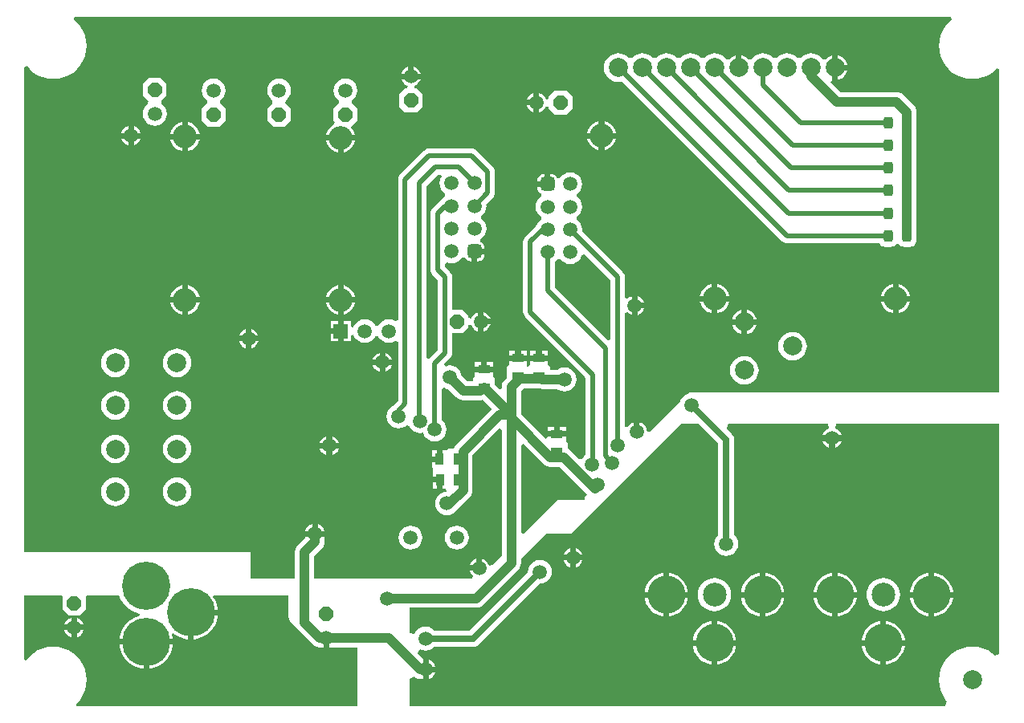
<source format=gbl>
%FSLAX44Y44*%
%MOMM*%
G71*
G01*
G75*
G04 Layer_Physical_Order=2*
G04 Layer_Color=65280*
%ADD10R,1.3000X0.9000*%
G04:AMPARAMS|DCode=11|XSize=1mm|YSize=1.25mm|CornerRadius=0.25mm|HoleSize=0mm|Usage=FLASHONLY|Rotation=270.000|XOffset=0mm|YOffset=0mm|HoleType=Round|Shape=RoundedRectangle|*
%AMROUNDEDRECTD11*
21,1,1.0000,0.7500,0,0,270.0*
21,1,0.5000,1.2500,0,0,270.0*
1,1,0.5000,-0.3750,-0.2500*
1,1,0.5000,-0.3750,0.2500*
1,1,0.5000,0.3750,0.2500*
1,1,0.5000,0.3750,-0.2500*
%
%ADD11ROUNDEDRECTD11*%
G04:AMPARAMS|DCode=12|XSize=1mm|YSize=1.25mm|CornerRadius=0.25mm|HoleSize=0mm|Usage=FLASHONLY|Rotation=0.000|XOffset=0mm|YOffset=0mm|HoleType=Round|Shape=RoundedRectangle|*
%AMROUNDEDRECTD12*
21,1,1.0000,0.7500,0,0,0.0*
21,1,0.5000,1.2500,0,0,0.0*
1,1,0.5000,0.2500,-0.3750*
1,1,0.5000,-0.2500,-0.3750*
1,1,0.5000,-0.2500,0.3750*
1,1,0.5000,0.2500,0.3750*
%
%ADD12ROUNDEDRECTD12*%
G04:AMPARAMS|DCode=13|XSize=3mm|YSize=2mm|CornerRadius=0.25mm|HoleSize=0mm|Usage=FLASHONLY|Rotation=0.000|XOffset=0mm|YOffset=0mm|HoleType=Round|Shape=RoundedRectangle|*
%AMROUNDEDRECTD13*
21,1,3.0000,1.5000,0,0,0.0*
21,1,2.5000,2.0000,0,0,0.0*
1,1,0.5000,1.2500,-0.7500*
1,1,0.5000,-1.2500,-0.7500*
1,1,0.5000,-1.2500,0.7500*
1,1,0.5000,1.2500,0.7500*
%
%ADD13ROUNDEDRECTD13*%
%ADD14R,0.9000X1.3000*%
%ADD15R,0.7000X1.3000*%
%ADD16R,1.3000X0.7000*%
G04:AMPARAMS|DCode=17|XSize=1.3208mm|YSize=0.6096mm|CornerRadius=0.1524mm|HoleSize=0mm|Usage=FLASHONLY|Rotation=180.000|XOffset=0mm|YOffset=0mm|HoleType=Round|Shape=RoundedRectangle|*
%AMROUNDEDRECTD17*
21,1,1.3208,0.3048,0,0,180.0*
21,1,1.0160,0.6096,0,0,180.0*
1,1,0.3048,-0.5080,0.1524*
1,1,0.3048,0.5080,0.1524*
1,1,0.3048,0.5080,-0.1524*
1,1,0.3048,-0.5080,-0.1524*
%
%ADD17ROUNDEDRECTD17*%
%ADD18R,1.2700X0.6096*%
%ADD19R,3.0000X2.0000*%
%ADD20O,1.8000X0.3000*%
%ADD21O,0.3000X1.8000*%
%ADD22R,3.6000X2.2000*%
%ADD23R,1.2190X2.2350*%
G04:AMPARAMS|DCode=24|XSize=1.3208mm|YSize=0.6096mm|CornerRadius=0.1524mm|HoleSize=0mm|Usage=FLASHONLY|Rotation=90.000|XOffset=0mm|YOffset=0mm|HoleType=Round|Shape=RoundedRectangle|*
%AMROUNDEDRECTD24*
21,1,1.3208,0.3048,0,0,90.0*
21,1,1.0160,0.6096,0,0,90.0*
1,1,0.3048,0.1524,0.5080*
1,1,0.3048,0.1524,-0.5080*
1,1,0.3048,-0.1524,-0.5080*
1,1,0.3048,-0.1524,0.5080*
%
%ADD24ROUNDEDRECTD24*%
%ADD25R,0.6096X1.2700*%
%ADD26C,0.7000*%
%ADD27C,1.0000*%
%ADD28C,0.5000*%
%ADD29C,0.3000*%
%ADD30C,1.3000*%
%ADD31C,1.5000*%
%ADD32C,0.2540*%
%ADD33P,1.6236X8X202.5*%
%ADD34C,1.5000*%
%ADD35P,1.6236X8X292.5*%
%ADD36C,2.0000*%
G04:AMPARAMS|DCode=37|XSize=1.5mm|YSize=1.5mm|CornerRadius=0.375mm|HoleSize=0mm|Usage=FLASHONLY|Rotation=270.000|XOffset=0mm|YOffset=0mm|HoleType=Round|Shape=RoundedRectangle|*
%AMROUNDEDRECTD37*
21,1,1.5000,0.7500,0,0,270.0*
21,1,0.7500,1.5000,0,0,270.0*
1,1,0.7500,-0.3750,-0.3750*
1,1,0.7500,-0.3750,0.3750*
1,1,0.7500,0.3750,0.3750*
1,1,0.7500,0.3750,-0.3750*
%
%ADD37ROUNDEDRECTD37*%
%ADD38C,4.0000*%
%ADD39C,2.5000*%
%ADD40C,5.0800*%
%ADD41R,1.5000X1.5000*%
G36*
X694435Y666867D02*
Y604183D01*
X691664Y603035D01*
X635565Y659133D01*
Y686049D01*
X636915Y687085D01*
X638500Y689150D01*
X641500D01*
X643085Y687085D01*
X645696Y685081D01*
X648737Y683822D01*
X652000Y683392D01*
X655263Y683822D01*
X658304Y685081D01*
X660915Y687085D01*
X662919Y689696D01*
X664178Y692737D01*
X664246Y693251D01*
X667087Y694215D01*
X694435Y666867D01*
D02*
G37*
G36*
X1054431Y941606D02*
X1051175Y938825D01*
X1047597Y934636D01*
X1044718Y929939D01*
X1042610Y924849D01*
X1041324Y919492D01*
X1040892Y914000D01*
X1041324Y908508D01*
X1042610Y903151D01*
X1044718Y898061D01*
X1047597Y893364D01*
X1051175Y889175D01*
X1055364Y885597D01*
X1060061Y882718D01*
X1065151Y880610D01*
X1070508Y879324D01*
X1076000Y878892D01*
X1081492Y879324D01*
X1086849Y880610D01*
X1091939Y882718D01*
X1096636Y885597D01*
X1100825Y889175D01*
X1101617Y890102D01*
X1104432Y889063D01*
Y548000D01*
X779000D01*
X778000Y549000D01*
X775783Y546783D01*
X773696Y545919D01*
X771085Y543915D01*
X769081Y541304D01*
X768217Y539217D01*
X735603Y506603D01*
X734198Y506788D01*
X732545Y507350D01*
X732230Y509741D01*
X731172Y512295D01*
X729489Y514489D01*
X727295Y516172D01*
X725000Y517122D01*
Y507000D01*
X719000D01*
Y517122D01*
X716705Y516172D01*
X714511Y514489D01*
X712828Y512295D01*
X712507Y511520D01*
X709565Y512105D01*
Y631685D01*
X712405Y632649D01*
X712511Y632511D01*
X714705Y630828D01*
X717000Y629878D01*
Y640000D01*
Y650122D01*
X714705Y649172D01*
X712511Y647489D01*
X712405Y647351D01*
X709565Y648315D01*
Y670000D01*
X709307Y671958D01*
X708551Y673782D01*
X707349Y675349D01*
X664386Y718312D01*
X664608Y720000D01*
X664178Y723263D01*
X662919Y726304D01*
X660915Y728915D01*
X658850Y730500D01*
Y733500D01*
X660915Y735085D01*
X662919Y737696D01*
X664178Y740737D01*
X664608Y744000D01*
X664178Y747263D01*
X662919Y750304D01*
X660915Y752915D01*
X658850Y754500D01*
Y757500D01*
X660915Y759085D01*
X662919Y761696D01*
X664178Y764737D01*
X664608Y768000D01*
X664178Y771263D01*
X662919Y774304D01*
X660915Y776915D01*
X658304Y778919D01*
X655263Y780178D01*
X652000Y780608D01*
X648737Y780178D01*
X645696Y778919D01*
X643085Y776915D01*
X641081Y774304D01*
X641040Y774204D01*
X638040D01*
X637646Y775154D01*
X636564Y776564D01*
X635154Y777646D01*
X633512Y778326D01*
X631750Y778558D01*
X631000D01*
Y768000D01*
X628000D01*
Y765000D01*
X617442D01*
Y764250D01*
X617674Y762488D01*
X618354Y760846D01*
X619436Y759436D01*
X620846Y758354D01*
X621796Y757960D01*
Y754960D01*
X621696Y754919D01*
X619085Y752915D01*
X617081Y750304D01*
X615822Y747263D01*
X615392Y744000D01*
X615822Y740737D01*
X617081Y737696D01*
X619085Y735085D01*
X621150Y733500D01*
Y730500D01*
X619085Y728915D01*
X617081Y726304D01*
X616003Y723701D01*
X604651Y712349D01*
X603449Y710782D01*
X602693Y708958D01*
X602435Y707000D01*
Y633000D01*
X602435Y633000D01*
X602435D01*
X602693Y631042D01*
X603449Y629218D01*
X604651Y627651D01*
X668435Y563867D01*
Y482719D01*
X666085Y480915D01*
X664111Y478343D01*
X661117Y478147D01*
X652132Y487132D01*
X650043Y488735D01*
X649500Y488960D01*
Y494879D01*
X649500Y494879D01*
D01*
D01*
X649500Y494879D01*
X649500Y495000D01*
X649414Y495086D01*
Y495086D01*
X647900Y496600D01*
X647500Y497000D01*
X647500Y497121D01*
X647500Y497121D01*
X647500D01*
Y501500D01*
X628500D01*
Y500684D01*
X625728Y499536D01*
X600086Y525178D01*
Y549822D01*
X602678Y552414D01*
X619001D01*
X620522Y552110D01*
X621514Y552043D01*
X622500Y551914D01*
X638611D01*
X639696Y551081D01*
X642737Y549822D01*
X646000Y549392D01*
X649263Y549822D01*
X652304Y551081D01*
X654915Y553085D01*
X656919Y555696D01*
X658178Y558737D01*
X658608Y562000D01*
X658178Y565263D01*
X656919Y568304D01*
X654915Y570915D01*
X652304Y572919D01*
X649263Y574178D01*
X646000Y574608D01*
X642737Y574178D01*
X639696Y572919D01*
X638611Y572086D01*
X630500D01*
Y574879D01*
X630500Y574879D01*
D01*
D01*
X630500Y574879D01*
X630500Y575000D01*
X630414Y575086D01*
Y575086D01*
X628900Y576600D01*
X628500Y577000D01*
X628500Y577121D01*
X628500Y577121D01*
X628500D01*
Y581500D01*
X609500D01*
Y577121D01*
X609500Y577121D01*
X609500D01*
X609500Y577000D01*
X607500Y575000D01*
X606500D01*
Y575000D01*
Y577000D01*
X606500Y577121D01*
X606500Y577121D01*
X606500D01*
Y581500D01*
X587500D01*
Y577121D01*
X587500Y577121D01*
X587500D01*
X587500Y577000D01*
X585500Y575000D01*
X585500Y574879D01*
X585500Y574879D01*
X585500D01*
Y563764D01*
X582868Y561132D01*
X581265Y559043D01*
X580257Y556610D01*
X579914Y554000D01*
X579914Y554000D01*
X579914D01*
X579914Y554000D01*
X579914D01*
Y552770D01*
X577142Y551622D01*
X572500Y556264D01*
Y562879D01*
X572500Y562879D01*
D01*
D01*
X572500Y562879D01*
X572500Y563000D01*
X572414Y563086D01*
Y563086D01*
X570900Y564600D01*
X570500Y565000D01*
X570500Y565121D01*
X570500Y565121D01*
X570500D01*
Y569500D01*
X551500D01*
Y565121D01*
X551500Y565121D01*
X551500D01*
X551500Y565000D01*
X549500Y563000D01*
X549500Y562879D01*
X549500Y562879D01*
X549500D01*
Y560086D01*
X543178D01*
X537357Y565907D01*
X537178Y567263D01*
X535919Y570304D01*
X533915Y572915D01*
X531304Y574919D01*
X528263Y576178D01*
X525000Y576608D01*
X521737Y576178D01*
X520543Y575684D01*
X518876Y578178D01*
X525349Y584651D01*
X526551Y586218D01*
X526773Y586752D01*
X527307Y588042D01*
X527436Y589021D01*
X527565Y590000D01*
X527565Y590000D01*
Y610500D01*
X538550D01*
X544800Y616750D01*
Y619017D01*
X547742Y619602D01*
X548528Y617705D01*
X550211Y615511D01*
X552405Y613828D01*
X554700Y612878D01*
Y623000D01*
Y633122D01*
X552405Y632172D01*
X550211Y630489D01*
X548528Y628295D01*
X547742Y626398D01*
X544800Y626983D01*
Y629250D01*
X538550Y635500D01*
X527565D01*
Y670000D01*
X527307Y671958D01*
X526551Y673782D01*
X525349Y675349D01*
X519608Y681090D01*
X519902Y684075D01*
X522059Y685517D01*
X523737Y684822D01*
X527000Y684392D01*
X530263Y684822D01*
X533304Y686081D01*
X535915Y688085D01*
X537919Y690696D01*
X537960Y690796D01*
X540960D01*
X541354Y689846D01*
X542436Y688436D01*
X543846Y687354D01*
X545488Y686674D01*
X547250Y686442D01*
X548000D01*
Y697000D01*
X551000D01*
Y700000D01*
X561558D01*
Y700750D01*
X561326Y702512D01*
X560646Y704154D01*
X559564Y705564D01*
X558154Y706646D01*
X557204Y707040D01*
Y710040D01*
X557304Y710081D01*
X559915Y712085D01*
X561919Y714696D01*
X563178Y717737D01*
X563608Y721000D01*
X563178Y724263D01*
X561919Y727304D01*
X559915Y729915D01*
X557850Y731500D01*
Y734500D01*
X559915Y736085D01*
X561919Y738696D01*
X563178Y741737D01*
X563608Y745000D01*
X563386Y746688D01*
X570349Y753651D01*
X570349Y753651D01*
X571551Y755218D01*
X572307Y757042D01*
X572307Y757042D01*
X572307Y757042D01*
X572565Y759000D01*
X572565Y759000D01*
Y781000D01*
X572307Y782958D01*
X571551Y784782D01*
X570349Y786349D01*
X570349Y786349D01*
X553349Y803349D01*
X551782Y804551D01*
X551248Y804773D01*
X549958Y805307D01*
X548000Y805565D01*
X503000D01*
X501042Y805307D01*
X499752Y804773D01*
X499218Y804551D01*
X497651Y803349D01*
X472651Y778349D01*
X471449Y776782D01*
X470693Y774958D01*
X470435Y773000D01*
Y624754D01*
X467745Y623427D01*
X467104Y623919D01*
X464063Y625178D01*
X460800Y625608D01*
X457537Y625178D01*
X454496Y623919D01*
X451885Y621915D01*
X449881Y619304D01*
X449600Y618625D01*
X446600D01*
X446319Y619304D01*
X444315Y621915D01*
X441704Y623919D01*
X438663Y625178D01*
X435400Y625608D01*
X432137Y625178D01*
X429096Y623919D01*
X426485Y621915D01*
X424481Y619304D01*
X423442Y616796D01*
X420500Y617381D01*
Y623500D01*
X413000D01*
Y613000D01*
Y602500D01*
X420500D01*
Y608619D01*
X423442Y609204D01*
X424481Y606696D01*
X426485Y604085D01*
X429096Y602081D01*
X432137Y600822D01*
X435400Y600392D01*
X438663Y600822D01*
X441704Y602081D01*
X444315Y604085D01*
X446319Y606696D01*
X446600Y607375D01*
X449600D01*
X449881Y606696D01*
X451885Y604085D01*
X454496Y602081D01*
X457537Y600822D01*
X460800Y600392D01*
X464063Y600822D01*
X467104Y602081D01*
X467745Y602573D01*
X470435Y601246D01*
Y539133D01*
X465651Y534349D01*
X465612Y534298D01*
X464696Y533919D01*
X462085Y531915D01*
X460081Y529304D01*
X458822Y526263D01*
X458392Y523000D01*
X458822Y519737D01*
X460081Y516696D01*
X462085Y514085D01*
X464696Y512081D01*
X467737Y510822D01*
X471000Y510392D01*
X474263Y510822D01*
X477304Y512081D01*
X479612Y513852D01*
X482510Y513076D01*
X483081Y511696D01*
X485085Y509085D01*
X487696Y507081D01*
X490737Y505822D01*
X494000Y505392D01*
X496792Y505760D01*
X496822Y505737D01*
X498081Y502696D01*
X500085Y500085D01*
X502696Y498081D01*
X505737Y496822D01*
X509000Y496392D01*
X512263Y496822D01*
X515304Y498081D01*
X517915Y500085D01*
X519919Y502696D01*
X521178Y505737D01*
X521608Y509000D01*
X521178Y512263D01*
X519919Y515304D01*
X517915Y517915D01*
X516565Y518951D01*
Y551264D01*
X519059Y552931D01*
X521737Y551822D01*
X523093Y551643D01*
X531868Y542868D01*
X533957Y541265D01*
X536390Y540257D01*
X539000Y539914D01*
X557500D01*
X559994Y540242D01*
X569486Y530750D01*
X531868Y493132D01*
X530265Y491043D01*
X529560Y489342D01*
X523699D01*
X523699Y489342D01*
Y489342D01*
X523578Y489342D01*
X521578Y487342D01*
X521457Y487342D01*
X521457Y487342D01*
Y487342D01*
X517078D01*
Y477842D01*
X514078D01*
Y474842D01*
X506578D01*
Y468342D01*
X507000D01*
Y465500D01*
X507000D01*
Y459000D01*
X514500D01*
Y456000D01*
X517500D01*
Y446500D01*
X521034D01*
X521230Y443507D01*
X518737Y443178D01*
X515696Y441919D01*
X513085Y439915D01*
X511081Y437304D01*
X509822Y434263D01*
X509392Y431000D01*
X509822Y427737D01*
X511081Y424696D01*
X513085Y422085D01*
X515696Y420081D01*
X518737Y418822D01*
X522000Y418392D01*
X525263Y418822D01*
X528304Y420081D01*
X530915Y422085D01*
X532782Y424518D01*
X546132Y437868D01*
X547735Y439957D01*
X548743Y442389D01*
X549086Y445000D01*
Y481822D01*
X577142Y509878D01*
X579914Y508730D01*
Y375914D01*
X570273Y366273D01*
X566262Y365745D01*
X566225Y365753D01*
X565172Y368295D01*
X563489Y370489D01*
X561295Y372172D01*
X559000Y373122D01*
Y363000D01*
X556000D01*
Y360000D01*
X545877D01*
X546828Y357705D01*
X548511Y355511D01*
X549385Y354841D01*
X548421Y352000D01*
X382086D01*
Y375822D01*
X390132Y383868D01*
X391735Y385957D01*
X392743Y388390D01*
X393086Y391000D01*
Y395913D01*
X393122Y396000D01*
X372878D01*
X372914Y395913D01*
Y395178D01*
X364868Y387132D01*
X363265Y385043D01*
X362257Y382611D01*
X361914Y380000D01*
X361914Y380000D01*
X361914D01*
X361914Y380000D01*
X361914D01*
Y352000D01*
X315000D01*
Y380000D01*
X76571D01*
Y891402D01*
X79386Y892440D01*
X82175Y889175D01*
X86364Y885597D01*
X91061Y882718D01*
X96151Y880610D01*
X101508Y879324D01*
X107000Y878892D01*
X112492Y879324D01*
X117849Y880610D01*
X122939Y882718D01*
X127636Y885597D01*
X131825Y889175D01*
X135403Y893364D01*
X138282Y898061D01*
X140390Y903151D01*
X141676Y908508D01*
X142108Y914000D01*
X141676Y919492D01*
X140390Y924849D01*
X138282Y929939D01*
X135403Y934636D01*
X131825Y938825D01*
X128569Y941606D01*
X129608Y944421D01*
X1053392D01*
X1054431Y941606D01*
D02*
G37*
G36*
X515584Y777438D02*
X516419Y775745D01*
X516081Y775304D01*
X514822Y772263D01*
X514392Y769000D01*
X514822Y765737D01*
X516081Y762696D01*
X518085Y760085D01*
X520150Y758500D01*
Y755500D01*
X518085Y753915D01*
X516296Y751584D01*
X516218Y751551D01*
X514651Y750349D01*
X514651Y750349D01*
X506651Y742349D01*
X505449Y740782D01*
X504693Y738958D01*
X504435Y737000D01*
Y678000D01*
X504435Y678000D01*
X504435D01*
X504693Y676042D01*
X505449Y674218D01*
X506651Y672651D01*
X512435Y666867D01*
Y593133D01*
X503651Y584349D01*
X503405Y584029D01*
X500565Y584994D01*
Y765867D01*
X512625Y777926D01*
X515584Y777438D01*
D02*
G37*
G36*
X1104432Y272905D02*
X1103951Y272495D01*
X1099891Y270623D01*
X1096636Y273403D01*
X1091939Y276282D01*
X1086849Y278390D01*
X1081492Y279676D01*
X1076000Y280108D01*
X1070508Y279676D01*
X1065151Y278390D01*
X1060061Y276282D01*
X1055364Y273403D01*
X1051175Y269825D01*
X1047597Y265636D01*
X1044718Y260939D01*
X1042610Y255849D01*
X1041324Y250492D01*
X1040892Y245000D01*
X1041324Y239508D01*
X1042610Y234151D01*
X1044718Y229061D01*
X1047597Y224364D01*
X1049510Y222124D01*
X1047417Y217583D01*
X483000D01*
Y246183D01*
X487484Y248395D01*
X488957Y247265D01*
X489669Y246970D01*
X491390Y246257D01*
X494000Y245914D01*
X496913D01*
X497000Y245877D01*
Y256000D01*
Y267264D01*
X491139Y273126D01*
X493916Y277283D01*
X496237Y276322D01*
X499500Y275892D01*
X502763Y276322D01*
X505804Y277581D01*
X508415Y279585D01*
X508677Y279927D01*
X549500D01*
X551719Y280219D01*
X553181Y280824D01*
X553787Y281075D01*
X555562Y282438D01*
X619573Y346448D01*
X620000Y346392D01*
X623263Y346822D01*
X626304Y348081D01*
X628915Y350085D01*
X630919Y352696D01*
X632178Y355737D01*
X632608Y359000D01*
X632178Y362263D01*
X630919Y365304D01*
X628915Y367915D01*
X626304Y369919D01*
X623263Y371178D01*
X620000Y371608D01*
X616737Y371178D01*
X613696Y369919D01*
X611085Y367915D01*
X609081Y365304D01*
X607822Y362263D01*
X607392Y359000D01*
X607448Y358573D01*
X545949Y297073D01*
X508677D01*
X508415Y297415D01*
X505804Y299419D01*
X502763Y300678D01*
X499500Y301108D01*
X496237Y300678D01*
X493196Y299419D01*
X490585Y297415D01*
X488581Y294804D01*
X487904Y293169D01*
X483000Y294144D01*
Y320914D01*
X553000D01*
X555611Y321257D01*
X558043Y322265D01*
X560132Y323868D01*
X597132Y360868D01*
X598735Y362957D01*
X599743Y365390D01*
X600086Y368000D01*
X600086Y368000D01*
X600086Y368000D01*
Y368000D01*
Y372086D01*
X627000Y399000D01*
X653000D01*
X769000Y515000D01*
X787876D01*
X807927Y494949D01*
Y397677D01*
X807585Y397415D01*
X805581Y394804D01*
X804322Y391763D01*
X803892Y388500D01*
X804322Y385237D01*
X805581Y382196D01*
X807585Y379585D01*
X810196Y377581D01*
X813237Y376322D01*
X816500Y375892D01*
X819763Y376322D01*
X822804Y377581D01*
X825415Y379585D01*
X827419Y382196D01*
X828678Y385237D01*
X829108Y388500D01*
X828678Y391763D01*
X827419Y394804D01*
X825415Y397415D01*
X825073Y397677D01*
Y498500D01*
X824781Y500719D01*
X823925Y502787D01*
X822562Y504562D01*
X816744Y510381D01*
X818657Y515000D01*
X923961D01*
X924936Y510096D01*
X922705Y509172D01*
X920511Y507489D01*
X918828Y505295D01*
X917878Y503000D01*
X938122D01*
X937172Y505295D01*
X935489Y507489D01*
X933295Y509172D01*
X931064Y510096D01*
X932039Y515000D01*
X1104432D01*
Y272905D01*
D02*
G37*
G36*
X623868Y472868D02*
X625957Y471265D01*
X628390Y470257D01*
X631000Y469914D01*
X640822D01*
X669868Y440868D01*
X667000Y438000D01*
Y435000D01*
X639000D01*
X602858Y398858D01*
X600086Y400006D01*
Y492730D01*
X602858Y493878D01*
X623868Y472868D01*
D02*
G37*
G36*
X354914Y312000D02*
X354914Y312000D01*
X354914D01*
X355257Y309389D01*
X356265Y306957D01*
X357868Y304868D01*
X380568Y282168D01*
X380568D01*
X380568Y282168D01*
X380568D01*
X380568Y282168D01*
Y282168D01*
X380568Y282168D01*
Y282168D01*
X382657Y280565D01*
X385089Y279557D01*
X387700Y279214D01*
X391913D01*
X392000Y279177D01*
Y289300D01*
X398000D01*
Y279177D01*
X398087Y279214D01*
X428055D01*
Y217583D01*
X131680D01*
X130988Y219460D01*
X131825Y220175D01*
X135403Y224364D01*
X138282Y229061D01*
X140390Y234151D01*
X141676Y239508D01*
X142108Y245000D01*
X141676Y250492D01*
X140390Y255849D01*
X138282Y260939D01*
X135403Y265636D01*
X131825Y269825D01*
X127636Y273403D01*
X122939Y276282D01*
X117849Y278390D01*
X112492Y279676D01*
X107000Y280108D01*
X101508Y279676D01*
X96151Y278390D01*
X91061Y276282D01*
X86364Y273403D01*
X82175Y269825D01*
X78597Y265636D01*
X78496Y265472D01*
X76571Y266015D01*
Y334136D01*
X116073D01*
X116838Y332288D01*
X116500Y331950D01*
Y319450D01*
X122750Y313200D01*
X135250D01*
X141500Y319450D01*
Y331950D01*
X141162Y332288D01*
X141927Y334136D01*
X176181D01*
X177830Y330156D01*
X180330Y326076D01*
X183438Y322438D01*
X187076Y319330D01*
X191156Y316830D01*
X195577Y314998D01*
X197771Y314472D01*
Y312472D01*
X196197Y312094D01*
X192067Y310383D01*
X188255Y308047D01*
X184856Y305144D01*
X181953Y301745D01*
X179617Y297933D01*
X177906Y293803D01*
X176863Y289457D01*
X176748Y288000D01*
X233252D01*
X233137Y289457D01*
X232290Y292984D01*
X233995Y294029D01*
X235255Y292953D01*
X239067Y290617D01*
X243197Y288906D01*
X247544Y287863D01*
X249000Y287748D01*
Y316000D01*
X252000D01*
Y319000D01*
X280252D01*
X280137Y320457D01*
X279093Y324803D01*
X277383Y328933D01*
X275264Y332391D01*
X276241Y334136D01*
X354914D01*
Y312000D01*
D02*
G37*
%LPC*%
G36*
X380000Y409122D02*
X377705Y408172D01*
X375511Y406489D01*
X373828Y404295D01*
X372878Y402000D01*
X380000D01*
Y409122D01*
D02*
G37*
G36*
X511500Y453000D02*
X507000D01*
Y446500D01*
X511500D01*
Y453000D01*
D02*
G37*
G36*
X172500Y503573D02*
X169559Y503283D01*
X166732Y502425D01*
X164126Y501032D01*
X161842Y499158D01*
X159968Y496874D01*
X158575Y494268D01*
X157717Y491441D01*
X157427Y488500D01*
X157717Y485560D01*
X158575Y482732D01*
X159968Y480126D01*
X161842Y477842D01*
X164126Y475968D01*
X166732Y474575D01*
X169559Y473717D01*
X172500Y473428D01*
X175441Y473717D01*
X178268Y474575D01*
X180874Y475968D01*
X183158Y477842D01*
X185032Y480126D01*
X186425Y482732D01*
X187283Y485560D01*
X187572Y488500D01*
X187283Y491441D01*
X186425Y494268D01*
X185032Y496874D01*
X183158Y499158D01*
X180874Y501032D01*
X178268Y502425D01*
X175441Y503283D01*
X172500Y503573D01*
D02*
G37*
G36*
X237500Y458573D02*
X234559Y458283D01*
X231732Y457425D01*
X229126Y456032D01*
X226842Y454158D01*
X224968Y451874D01*
X223575Y449268D01*
X222717Y446441D01*
X222427Y443500D01*
X222717Y440560D01*
X223575Y437732D01*
X224968Y435126D01*
X226842Y432842D01*
X229126Y430968D01*
X231732Y429575D01*
X234559Y428717D01*
X237500Y428427D01*
X240441Y428717D01*
X243268Y429575D01*
X245874Y430968D01*
X248158Y432842D01*
X250032Y435126D01*
X251425Y437732D01*
X252283Y440560D01*
X252573Y443500D01*
X252283Y446441D01*
X251425Y449268D01*
X250032Y451874D01*
X248158Y454158D01*
X245874Y456032D01*
X243268Y457425D01*
X240441Y458283D01*
X237500Y458573D01*
D02*
G37*
G36*
X386000Y409122D02*
Y402000D01*
X393122D01*
X392172Y404295D01*
X390489Y406489D01*
X388295Y408172D01*
X386000Y409122D01*
D02*
G37*
G36*
X172500Y458573D02*
X169559Y458283D01*
X166732Y457425D01*
X164126Y456032D01*
X161842Y454158D01*
X159968Y451874D01*
X158575Y449268D01*
X157717Y446441D01*
X157427Y443500D01*
X157717Y440560D01*
X158575Y437732D01*
X159968Y435126D01*
X161842Y432842D01*
X164126Y430968D01*
X166732Y429575D01*
X169559Y428717D01*
X172500Y428427D01*
X175441Y428717D01*
X178268Y429575D01*
X180874Y430968D01*
X183158Y432842D01*
X185032Y435126D01*
X186425Y437732D01*
X187283Y440560D01*
X187572Y443500D01*
X187283Y446441D01*
X186425Y449268D01*
X185032Y451874D01*
X183158Y454158D01*
X180874Y456032D01*
X178268Y457425D01*
X175441Y458283D01*
X172500Y458573D01*
D02*
G37*
G36*
X665123Y371000D02*
X658000D01*
Y363877D01*
X660295Y364828D01*
X662489Y366511D01*
X664172Y368705D01*
X665123Y371000D01*
D02*
G37*
G36*
X553000Y373122D02*
X550705Y372172D01*
X548511Y370489D01*
X546828Y368295D01*
X545877Y366000D01*
X553000D01*
Y373122D01*
D02*
G37*
G36*
X1035800Y357616D02*
Y337800D01*
X1055616D01*
X1055467Y339309D01*
X1054152Y343644D01*
X1052016Y347640D01*
X1049142Y351142D01*
X1045640Y354016D01*
X1041644Y356152D01*
X1037309Y357467D01*
X1035800Y357616D01*
D02*
G37*
G36*
X652000Y371000D02*
X644878D01*
X645828Y368705D01*
X647511Y366511D01*
X649705Y364828D01*
X652000Y363877D01*
Y371000D01*
D02*
G37*
G36*
X483599Y407607D02*
X480336Y407177D01*
X477295Y405918D01*
X474684Y403914D01*
X472680Y401303D01*
X471421Y398262D01*
X470991Y394999D01*
X471421Y391736D01*
X472680Y388695D01*
X474684Y386084D01*
X477295Y384081D01*
X480336Y382821D01*
X483599Y382391D01*
X486862Y382821D01*
X489903Y384081D01*
X492514Y386084D01*
X494518Y388695D01*
X495777Y391736D01*
X496207Y394999D01*
X495777Y398262D01*
X494518Y401303D01*
X492514Y403914D01*
X489903Y405918D01*
X486862Y407177D01*
X483599Y407607D01*
D02*
G37*
G36*
X532399D02*
X529136Y407177D01*
X526096Y405918D01*
X523484Y403914D01*
X521481Y401303D01*
X520221Y398262D01*
X519792Y394999D01*
X520221Y391736D01*
X521481Y388695D01*
X523484Y386084D01*
X526096Y384081D01*
X529136Y382821D01*
X532399Y382391D01*
X535663Y382821D01*
X538703Y384081D01*
X541315Y386084D01*
X543318Y388695D01*
X544578Y391736D01*
X545007Y394999D01*
X544578Y398262D01*
X543318Y401303D01*
X541315Y403914D01*
X538703Y405918D01*
X535663Y407177D01*
X532399Y407607D01*
D02*
G37*
G36*
X652000Y384122D02*
X649705Y383172D01*
X647511Y381489D01*
X645828Y379295D01*
X644878Y377000D01*
X652000D01*
Y384122D01*
D02*
G37*
G36*
X658000D02*
Y377000D01*
X665123D01*
X664172Y379295D01*
X662489Y381489D01*
X660295Y383172D01*
X658000Y384122D01*
D02*
G37*
G36*
X237500Y503573D02*
X234559Y503283D01*
X231732Y502425D01*
X229126Y501032D01*
X226842Y499158D01*
X224968Y496874D01*
X223575Y494268D01*
X222717Y491441D01*
X222427Y488500D01*
X222717Y485560D01*
X223575Y482732D01*
X224968Y480126D01*
X226842Y477842D01*
X229126Y475968D01*
X231732Y474575D01*
X234559Y473717D01*
X237500Y473428D01*
X240441Y473717D01*
X243268Y474575D01*
X245874Y475968D01*
X248158Y477842D01*
X250032Y480126D01*
X251425Y482732D01*
X252283Y485560D01*
X252573Y488500D01*
X252283Y491441D01*
X251425Y494268D01*
X250032Y496874D01*
X248158Y499158D01*
X245874Y501032D01*
X243268Y502425D01*
X240441Y503283D01*
X237500Y503573D01*
D02*
G37*
G36*
Y549573D02*
X234559Y549283D01*
X231732Y548425D01*
X229126Y547032D01*
X226842Y545158D01*
X224968Y542874D01*
X223575Y540268D01*
X222717Y537440D01*
X222427Y534500D01*
X222717Y531559D01*
X223575Y528732D01*
X224968Y526126D01*
X226842Y523842D01*
X229126Y521968D01*
X231732Y520575D01*
X234559Y519717D01*
X237500Y519427D01*
X240441Y519717D01*
X243268Y520575D01*
X245874Y521968D01*
X248158Y523842D01*
X250032Y526126D01*
X251425Y528732D01*
X252283Y531559D01*
X252573Y534500D01*
X252283Y537440D01*
X251425Y540268D01*
X250032Y542874D01*
X248158Y545158D01*
X245874Y547032D01*
X243268Y548425D01*
X240441Y549283D01*
X237500Y549573D01*
D02*
G37*
G36*
X835600Y586673D02*
X832660Y586383D01*
X829832Y585525D01*
X827226Y584132D01*
X824942Y582258D01*
X823068Y579974D01*
X821675Y577368D01*
X820817Y574540D01*
X820527Y571600D01*
X820817Y568660D01*
X821675Y565832D01*
X823068Y563226D01*
X824942Y560942D01*
X827226Y559068D01*
X829832Y557675D01*
X832660Y556817D01*
X835600Y556527D01*
X838540Y556817D01*
X841368Y557675D01*
X843974Y559068D01*
X846258Y560942D01*
X848132Y563226D01*
X849525Y565832D01*
X850383Y568660D01*
X850673Y571600D01*
X850383Y574540D01*
X849525Y577368D01*
X848132Y579974D01*
X846258Y582258D01*
X843974Y584132D01*
X841368Y585525D01*
X838540Y586383D01*
X835600Y586673D01*
D02*
G37*
G36*
X647500Y512000D02*
X641000D01*
Y507500D01*
X647500D01*
Y512000D01*
D02*
G37*
G36*
X172500Y549573D02*
X169559Y549283D01*
X166732Y548425D01*
X164126Y547032D01*
X161842Y545158D01*
X159968Y542874D01*
X158575Y540268D01*
X157717Y537440D01*
X157427Y534500D01*
X157717Y531559D01*
X158575Y528732D01*
X159968Y526126D01*
X161842Y523842D01*
X164126Y521968D01*
X166732Y520575D01*
X169559Y519717D01*
X172500Y519427D01*
X175441Y519717D01*
X178268Y520575D01*
X180874Y521968D01*
X183158Y523842D01*
X185032Y526126D01*
X186425Y528732D01*
X187283Y531559D01*
X187572Y534500D01*
X187283Y537440D01*
X186425Y540268D01*
X185032Y542874D01*
X183158Y545158D01*
X180874Y547032D01*
X178268Y548425D01*
X175441Y549283D01*
X172500Y549573D01*
D02*
G37*
G36*
X451000Y577000D02*
X443877D01*
X444828Y574705D01*
X446511Y572511D01*
X448705Y570828D01*
X451000Y569878D01*
Y577000D01*
D02*
G37*
G36*
X464123D02*
X457000D01*
Y569878D01*
X459295Y570828D01*
X461489Y572511D01*
X463172Y574705D01*
X464123Y577000D01*
D02*
G37*
G36*
X172500Y594573D02*
X169559Y594283D01*
X166732Y593425D01*
X164126Y592032D01*
X161842Y590158D01*
X159968Y587874D01*
X158575Y585268D01*
X157717Y582440D01*
X157427Y579500D01*
X157717Y576559D01*
X158575Y573732D01*
X159968Y571126D01*
X161842Y568842D01*
X164126Y566968D01*
X166732Y565575D01*
X169559Y564717D01*
X172500Y564427D01*
X175441Y564717D01*
X178268Y565575D01*
X180874Y566968D01*
X183158Y568842D01*
X185032Y571126D01*
X186425Y573732D01*
X187283Y576559D01*
X187572Y579500D01*
X187283Y582440D01*
X186425Y585268D01*
X185032Y587874D01*
X183158Y590158D01*
X180874Y592032D01*
X178268Y593425D01*
X175441Y594283D01*
X172500Y594573D01*
D02*
G37*
G36*
X237500D02*
X234559Y594283D01*
X231732Y593425D01*
X229126Y592032D01*
X226842Y590158D01*
X224968Y587874D01*
X223575Y585268D01*
X222717Y582440D01*
X222427Y579500D01*
X222717Y576559D01*
X223575Y573732D01*
X224968Y571126D01*
X226842Y568842D01*
X229126Y566968D01*
X231732Y565575D01*
X234559Y564717D01*
X237500Y564427D01*
X240441Y564717D01*
X243268Y565575D01*
X245874Y566968D01*
X248158Y568842D01*
X250032Y571126D01*
X251425Y573732D01*
X252283Y576559D01*
X252573Y579500D01*
X252283Y582440D01*
X251425Y585268D01*
X250032Y587874D01*
X248158Y590158D01*
X245874Y592032D01*
X243268Y593425D01*
X240441Y594283D01*
X237500Y594573D01*
D02*
G37*
G36*
X408122Y489000D02*
X401000D01*
Y481878D01*
X403295Y482828D01*
X405489Y484511D01*
X407172Y486705D01*
X408122Y489000D01*
D02*
G37*
G36*
X925000Y497000D02*
X917878D01*
X918828Y494705D01*
X920511Y492511D01*
X922705Y490828D01*
X925000Y489878D01*
Y497000D01*
D02*
G37*
G36*
X511078Y487342D02*
X506578D01*
Y480842D01*
X511078D01*
Y487342D01*
D02*
G37*
G36*
X395000Y489000D02*
X387878D01*
X388828Y486705D01*
X390511Y484511D01*
X392705Y482828D01*
X395000Y481878D01*
Y489000D01*
D02*
G37*
G36*
X401000Y502122D02*
Y495000D01*
X408122D01*
X407172Y497295D01*
X405489Y499489D01*
X403295Y501172D01*
X401000Y502122D01*
D02*
G37*
G36*
X635000Y512000D02*
X628500D01*
Y507500D01*
X635000D01*
Y512000D01*
D02*
G37*
G36*
X938122Y497000D02*
X931000D01*
Y489878D01*
X933295Y490828D01*
X935489Y492511D01*
X937172Y494705D01*
X938122Y497000D01*
D02*
G37*
G36*
X395000Y502122D02*
X392705Y501172D01*
X390511Y499489D01*
X388828Y497295D01*
X387878Y495000D01*
X395000D01*
Y502122D01*
D02*
G37*
G36*
X985000Y306816D02*
Y287000D01*
X1004816D01*
X1004667Y288509D01*
X1003352Y292844D01*
X1001216Y296840D01*
X998342Y300342D01*
X994840Y303216D01*
X990844Y305352D01*
X986509Y306667D01*
X985000Y306816D01*
D02*
G37*
G36*
X280252Y313000D02*
X255000D01*
Y287748D01*
X256457Y287863D01*
X260803Y288906D01*
X264933Y290617D01*
X268745Y292953D01*
X272144Y295856D01*
X275047Y299255D01*
X277383Y303067D01*
X279093Y307197D01*
X280137Y311544D01*
X280252Y313000D01*
D02*
G37*
G36*
X807000Y306816D02*
Y287000D01*
X826816D01*
X826667Y288509D01*
X825352Y292844D01*
X823216Y296840D01*
X820342Y300342D01*
X816840Y303216D01*
X812844Y305352D01*
X808509Y306667D01*
X807000Y306816D01*
D02*
G37*
G36*
X979000D02*
X977491Y306667D01*
X973156Y305352D01*
X969160Y303216D01*
X965658Y300342D01*
X962784Y296840D01*
X960648Y292844D01*
X959333Y288509D01*
X959184Y287000D01*
X979000D01*
Y306816D01*
D02*
G37*
G36*
X126000Y310422D02*
X123705Y309472D01*
X121511Y307789D01*
X119828Y305595D01*
X118877Y303300D01*
X126000D01*
Y310422D01*
D02*
G37*
G36*
X132000D02*
Y303300D01*
X139122D01*
X138172Y305595D01*
X136489Y307789D01*
X134295Y309472D01*
X132000Y310422D01*
D02*
G37*
G36*
X126000Y297300D02*
X118877D01*
X119828Y295005D01*
X121511Y292811D01*
X123705Y291128D01*
X126000Y290178D01*
Y297300D01*
D02*
G37*
G36*
X139122D02*
X132000D01*
Y290178D01*
X134295Y291128D01*
X136489Y292811D01*
X138172Y295005D01*
X139122Y297300D01*
D02*
G37*
G36*
X801000Y306816D02*
X799491Y306667D01*
X795156Y305352D01*
X791160Y303216D01*
X787658Y300342D01*
X784784Y296840D01*
X782648Y292844D01*
X781333Y288509D01*
X781184Y287000D01*
X801000D01*
Y306816D01*
D02*
G37*
G36*
X233252Y282000D02*
X208000D01*
Y256748D01*
X209457Y256863D01*
X213803Y257906D01*
X217933Y259617D01*
X221745Y261953D01*
X225144Y264856D01*
X228047Y268255D01*
X230383Y272067D01*
X232094Y276197D01*
X233137Y280543D01*
X233252Y282000D01*
D02*
G37*
G36*
X503000Y266122D02*
Y259000D01*
X510122D01*
X509172Y261295D01*
X507489Y263489D01*
X505295Y265172D01*
X503000Y266122D01*
D02*
G37*
G36*
X510122Y253000D02*
X503000D01*
Y245877D01*
X505295Y246828D01*
X507489Y248511D01*
X509172Y250705D01*
X510122Y253000D01*
D02*
G37*
G36*
X202000Y282000D02*
X176748D01*
X176863Y280543D01*
X177906Y276197D01*
X179617Y272067D01*
X181953Y268255D01*
X184856Y264856D01*
X188255Y261953D01*
X192067Y259617D01*
X196197Y257906D01*
X200543Y256863D01*
X202000Y256748D01*
Y282000D01*
D02*
G37*
G36*
X979000Y281000D02*
X959184D01*
X959333Y279491D01*
X960648Y275156D01*
X962784Y271160D01*
X965658Y267658D01*
X969160Y264784D01*
X973156Y262648D01*
X977491Y261333D01*
X979000Y261184D01*
Y281000D01*
D02*
G37*
G36*
X1004816D02*
X985000D01*
Y261184D01*
X986509Y261333D01*
X990844Y262648D01*
X994840Y264784D01*
X998342Y267658D01*
X1001216Y271160D01*
X1003352Y275156D01*
X1004667Y279491D01*
X1004816Y281000D01*
D02*
G37*
G36*
X801000D02*
X781184D01*
X781333Y279491D01*
X782648Y275156D01*
X784784Y271160D01*
X787658Y267658D01*
X791160Y264784D01*
X795156Y262648D01*
X799491Y261333D01*
X801000Y261184D01*
Y281000D01*
D02*
G37*
G36*
X826816D02*
X807000D01*
Y261184D01*
X808509Y261333D01*
X812844Y262648D01*
X816840Y264784D01*
X820342Y267658D01*
X823216Y271160D01*
X825352Y275156D01*
X826667Y279491D01*
X826816Y281000D01*
D02*
G37*
G36*
X756200Y357616D02*
Y337800D01*
X776016D01*
X775867Y339309D01*
X774552Y343644D01*
X772416Y347640D01*
X769542Y351142D01*
X766040Y354016D01*
X762044Y356152D01*
X757709Y357467D01*
X756200Y357616D01*
D02*
G37*
G36*
X851800D02*
X850291Y357467D01*
X845956Y356152D01*
X841960Y354016D01*
X838458Y351142D01*
X835584Y347640D01*
X833448Y343644D01*
X832133Y339309D01*
X831984Y337800D01*
X851800D01*
Y357616D01*
D02*
G37*
G36*
X982000Y352385D02*
X978569Y352047D01*
X975271Y351046D01*
X972231Y349421D01*
X969566Y347234D01*
X967379Y344570D01*
X965754Y341529D01*
X964753Y338231D01*
X964415Y334800D01*
X964753Y331369D01*
X965754Y328071D01*
X967379Y325031D01*
X969566Y322366D01*
X972231Y320179D01*
X975271Y318554D01*
X978569Y317553D01*
X982000Y317215D01*
X985431Y317553D01*
X988729Y318554D01*
X991769Y320179D01*
X994434Y322366D01*
X996621Y325031D01*
X998246Y328071D01*
X999247Y331369D01*
X999585Y334800D01*
X999247Y338231D01*
X998246Y341529D01*
X996621Y344570D01*
X994434Y347234D01*
X991769Y349421D01*
X988729Y351046D01*
X985431Y352047D01*
X982000Y352385D01*
D02*
G37*
G36*
X750200Y357616D02*
X748691Y357467D01*
X744356Y356152D01*
X740360Y354016D01*
X736858Y351142D01*
X733984Y347640D01*
X731848Y343644D01*
X730533Y339309D01*
X730384Y337800D01*
X750200D01*
Y357616D01*
D02*
G37*
G36*
X934200D02*
Y337800D01*
X954016D01*
X953867Y339309D01*
X952552Y343644D01*
X950416Y347640D01*
X947542Y351142D01*
X944040Y354016D01*
X940044Y356152D01*
X935709Y357467D01*
X934200Y357616D01*
D02*
G37*
G36*
X1029800D02*
X1028291Y357467D01*
X1023956Y356152D01*
X1019960Y354016D01*
X1016458Y351142D01*
X1013584Y347640D01*
X1011448Y343644D01*
X1010133Y339309D01*
X1009984Y337800D01*
X1029800D01*
Y357616D01*
D02*
G37*
G36*
X857800D02*
Y337800D01*
X877616D01*
X877467Y339309D01*
X876152Y343644D01*
X874016Y347640D01*
X871142Y351142D01*
X867640Y354016D01*
X863644Y356152D01*
X859309Y357467D01*
X857800Y357616D01*
D02*
G37*
G36*
X928200D02*
X926691Y357467D01*
X922356Y356152D01*
X918360Y354016D01*
X914858Y351142D01*
X911984Y347640D01*
X909848Y343644D01*
X908533Y339309D01*
X908384Y337800D01*
X928200D01*
Y357616D01*
D02*
G37*
G36*
X804000Y352385D02*
X800569Y352047D01*
X797271Y351046D01*
X794230Y349421D01*
X791566Y347234D01*
X789379Y344570D01*
X787754Y341529D01*
X786753Y338231D01*
X786415Y334800D01*
X786753Y331369D01*
X787754Y328071D01*
X789379Y325031D01*
X791566Y322366D01*
X794230Y320179D01*
X797271Y318554D01*
X800569Y317553D01*
X804000Y317215D01*
X807431Y317553D01*
X810729Y318554D01*
X813770Y320179D01*
X816434Y322366D01*
X818621Y325031D01*
X820246Y328071D01*
X821247Y331369D01*
X821585Y334800D01*
X821247Y338231D01*
X820246Y341529D01*
X818621Y344570D01*
X816434Y347234D01*
X813770Y349421D01*
X810729Y351046D01*
X807431Y352047D01*
X804000Y352385D01*
D02*
G37*
G36*
X851800Y331800D02*
X831984D01*
X832133Y330291D01*
X833448Y325956D01*
X835584Y321960D01*
X838458Y318458D01*
X841960Y315584D01*
X845956Y313448D01*
X850291Y312133D01*
X851800Y311984D01*
Y331800D01*
D02*
G37*
G36*
X877616D02*
X857800D01*
Y311984D01*
X859309Y312133D01*
X863644Y313448D01*
X867640Y315584D01*
X871142Y318458D01*
X874016Y321960D01*
X876152Y325956D01*
X877467Y330291D01*
X877616Y331800D01*
D02*
G37*
G36*
X750200D02*
X730384D01*
X730533Y330291D01*
X731848Y325956D01*
X733984Y321960D01*
X736858Y318458D01*
X740360Y315584D01*
X744356Y313448D01*
X748691Y312133D01*
X750200Y311984D01*
Y331800D01*
D02*
G37*
G36*
X776016D02*
X756200D01*
Y311984D01*
X757709Y312133D01*
X762044Y313448D01*
X766040Y315584D01*
X769542Y318458D01*
X772416Y321960D01*
X774552Y325956D01*
X775867Y330291D01*
X776016Y331800D01*
D02*
G37*
G36*
X1029800D02*
X1009984D01*
X1010133Y330291D01*
X1011448Y325956D01*
X1013584Y321960D01*
X1016458Y318458D01*
X1019960Y315584D01*
X1023956Y313448D01*
X1028291Y312133D01*
X1029800Y311984D01*
Y331800D01*
D02*
G37*
G36*
X1055616D02*
X1035800D01*
Y311984D01*
X1037309Y312133D01*
X1041644Y313448D01*
X1045640Y315584D01*
X1049142Y318458D01*
X1052016Y321960D01*
X1054152Y325956D01*
X1055467Y330291D01*
X1055616Y331800D01*
D02*
G37*
G36*
X928200D02*
X908384D01*
X908533Y330291D01*
X909848Y325956D01*
X911984Y321960D01*
X914858Y318458D01*
X918360Y315584D01*
X922356Y313448D01*
X926691Y312133D01*
X928200Y311984D01*
Y331800D01*
D02*
G37*
G36*
X954016D02*
X934200D01*
Y311984D01*
X935709Y312133D01*
X940044Y313448D01*
X944040Y315584D01*
X947542Y318458D01*
X950416Y321960D01*
X952552Y325956D01*
X953867Y330291D01*
X954016Y331800D01*
D02*
G37*
G36*
X682000Y816000D02*
X669721D01*
X669724Y815962D01*
X670611Y813040D01*
X672050Y810347D01*
X673987Y807987D01*
X676347Y806050D01*
X679040Y804611D01*
X681962Y803724D01*
X682000Y803720D01*
Y816000D01*
D02*
G37*
G36*
X700279D02*
X688000D01*
Y803720D01*
X688038Y803724D01*
X690960Y804611D01*
X693653Y806050D01*
X696013Y807987D01*
X697950Y810347D01*
X699389Y813040D01*
X700276Y815962D01*
X700279Y816000D01*
D02*
G37*
G36*
X243000Y815000D02*
X230721D01*
X230724Y814961D01*
X231611Y812040D01*
X233050Y809347D01*
X234987Y806987D01*
X237347Y805050D01*
X240040Y803611D01*
X242962Y802724D01*
X243000Y802720D01*
Y815000D01*
D02*
G37*
G36*
X261280D02*
X249000D01*
Y802720D01*
X249039Y802724D01*
X251960Y803611D01*
X254653Y805050D01*
X257013Y806987D01*
X258950Y809347D01*
X260389Y812040D01*
X261276Y814961D01*
X261280Y815000D01*
D02*
G37*
G36*
X243000Y833279D02*
X242962Y833276D01*
X240040Y832389D01*
X237347Y830950D01*
X234987Y829013D01*
X233050Y826653D01*
X231611Y823960D01*
X230724Y821039D01*
X230721Y821000D01*
X243000D01*
Y833279D01*
D02*
G37*
G36*
X249000D02*
Y821000D01*
X261280D01*
X261276Y821039D01*
X260389Y823960D01*
X258950Y826653D01*
X257013Y829013D01*
X254653Y830950D01*
X251960Y832389D01*
X249039Y833276D01*
X249000Y833279D01*
D02*
G37*
G36*
X186000Y816000D02*
X178878D01*
X179828Y813705D01*
X181511Y811511D01*
X183705Y809828D01*
X186000Y808877D01*
Y816000D01*
D02*
G37*
G36*
X199123D02*
X192000D01*
Y808877D01*
X194295Y809828D01*
X196489Y811511D01*
X198172Y813705D01*
X199123Y816000D01*
D02*
G37*
G36*
X425280Y814000D02*
X413000D01*
Y801721D01*
X413038Y801724D01*
X415960Y802611D01*
X418653Y804050D01*
X421013Y805987D01*
X422950Y808347D01*
X424389Y811040D01*
X425276Y813961D01*
X425280Y814000D01*
D02*
G37*
G36*
X807000Y662280D02*
Y650000D01*
X819279D01*
X819276Y650039D01*
X818389Y652960D01*
X816950Y655653D01*
X815013Y658013D01*
X812653Y659950D01*
X809960Y661389D01*
X807038Y662276D01*
X807000Y662280D01*
D02*
G37*
G36*
X992000D02*
X991962Y662276D01*
X989040Y661389D01*
X986347Y659950D01*
X983987Y658013D01*
X982050Y655653D01*
X980611Y652960D01*
X979724Y650039D01*
X979721Y650000D01*
X992000D01*
Y662280D01*
D02*
G37*
G36*
X413000Y661280D02*
Y649000D01*
X425280D01*
X425276Y649038D01*
X424389Y651960D01*
X422950Y654653D01*
X421013Y657013D01*
X418653Y658950D01*
X415960Y660389D01*
X413038Y661276D01*
X413000Y661280D01*
D02*
G37*
G36*
X801000Y662280D02*
X800962Y662276D01*
X798040Y661389D01*
X795347Y659950D01*
X792987Y658013D01*
X791050Y655653D01*
X789611Y652960D01*
X788724Y650039D01*
X788720Y650000D01*
X801000D01*
Y662280D01*
D02*
G37*
G36*
X625000Y778558D02*
X624250D01*
X622488Y778326D01*
X620846Y777646D01*
X619436Y776564D01*
X618354Y775154D01*
X617674Y773512D01*
X617442Y771750D01*
Y771000D01*
X625000D01*
Y778558D01*
D02*
G37*
G36*
X407000Y814000D02*
X394720D01*
X394724Y813961D01*
X395611Y811040D01*
X397050Y808347D01*
X398987Y805987D01*
X401347Y804050D01*
X404040Y802611D01*
X406962Y801724D01*
X407000Y801721D01*
Y814000D01*
D02*
G37*
G36*
X998000Y662280D02*
Y650000D01*
X1010279D01*
X1010276Y650039D01*
X1009389Y652960D01*
X1007950Y655653D01*
X1006013Y658013D01*
X1003653Y659950D01*
X1000960Y661389D01*
X998038Y662276D01*
X998000Y662280D01*
D02*
G37*
G36*
X561558Y694000D02*
X554000D01*
Y686442D01*
X554750D01*
X556512Y686674D01*
X558154Y687354D01*
X559564Y688436D01*
X560646Y689846D01*
X561326Y691488D01*
X561558Y693250D01*
Y694000D01*
D02*
G37*
G36*
X647950Y866500D02*
X635450D01*
X629200Y860250D01*
Y857983D01*
X626258Y857398D01*
X625472Y859295D01*
X623789Y861489D01*
X621595Y863172D01*
X619300Y864122D01*
Y854000D01*
Y843877D01*
X621595Y844828D01*
X623789Y846511D01*
X625472Y848705D01*
X626258Y850602D01*
X629200Y850017D01*
Y847750D01*
X635450Y841500D01*
X647950D01*
X654200Y847750D01*
Y860250D01*
X647950Y866500D01*
D02*
G37*
G36*
X944017Y888000D02*
X934300D01*
Y878283D01*
X934694Y878335D01*
X937856Y879644D01*
X940572Y881728D01*
X942655Y884444D01*
X943965Y887606D01*
X944017Y888000D01*
D02*
G37*
G36*
X613300Y851000D02*
X606178D01*
X607128Y848705D01*
X608811Y846511D01*
X611005Y844828D01*
X613300Y843877D01*
Y851000D01*
D02*
G37*
G36*
Y864122D02*
X611005Y863172D01*
X608811Y861489D01*
X607128Y859295D01*
X606178Y857000D01*
X613300D01*
Y864122D01*
D02*
G37*
G36*
X934300Y903717D02*
Y894000D01*
X944017D01*
X943965Y894394D01*
X942655Y897556D01*
X940572Y900272D01*
X937856Y902355D01*
X934694Y903665D01*
X934300Y903717D01*
D02*
G37*
G36*
X905900Y906073D02*
X902960Y905783D01*
X900132Y904925D01*
X897526Y903532D01*
X895242Y901658D01*
X894700Y900997D01*
X891700D01*
X891158Y901658D01*
X888874Y903532D01*
X886268Y904925D01*
X883440Y905783D01*
X880500Y906073D01*
X877560Y905783D01*
X874732Y904925D01*
X872126Y903532D01*
X869842Y901658D01*
X869300Y900997D01*
X866300D01*
X865758Y901658D01*
X863474Y903532D01*
X860868Y904925D01*
X858040Y905783D01*
X855100Y906073D01*
X852160Y905783D01*
X849332Y904925D01*
X846726Y903532D01*
X844442Y901658D01*
X842596Y899408D01*
X839596Y899458D01*
X838972Y900272D01*
X836256Y902355D01*
X833094Y903665D01*
X832700Y903717D01*
Y891000D01*
X826700D01*
Y903717D01*
X826306Y903665D01*
X823144Y902355D01*
X820428Y900272D01*
X819804Y899458D01*
X816804Y899408D01*
X814958Y901658D01*
X812674Y903532D01*
X810068Y904925D01*
X807241Y905783D01*
X804300Y906073D01*
X801359Y905783D01*
X798532Y904925D01*
X795926Y903532D01*
X793642Y901658D01*
X793100Y900997D01*
X790100D01*
X789558Y901658D01*
X787274Y903532D01*
X784668Y904925D01*
X781841Y905783D01*
X778900Y906073D01*
X775959Y905783D01*
X773132Y904925D01*
X770526Y903532D01*
X768242Y901658D01*
X767700Y900997D01*
X764700D01*
X764158Y901658D01*
X761874Y903532D01*
X759268Y904925D01*
X756441Y905783D01*
X753500Y906073D01*
X750559Y905783D01*
X747732Y904925D01*
X745126Y903532D01*
X742842Y901658D01*
X742300Y900997D01*
X739300D01*
X738758Y901658D01*
X736474Y903532D01*
X733868Y904925D01*
X731040Y905783D01*
X728100Y906073D01*
X725160Y905783D01*
X722332Y904925D01*
X719726Y903532D01*
X717442Y901658D01*
X716900Y900997D01*
X713900D01*
X713358Y901658D01*
X711074Y903532D01*
X708468Y904925D01*
X705640Y905783D01*
X702700Y906073D01*
X699760Y905783D01*
X696932Y904925D01*
X694326Y903532D01*
X692042Y901658D01*
X690168Y899374D01*
X688775Y896768D01*
X687917Y893941D01*
X687627Y891000D01*
X687917Y888059D01*
X688775Y885232D01*
X690168Y882626D01*
X692042Y880342D01*
X694326Y878468D01*
X696932Y877075D01*
X699760Y876217D01*
X702700Y875927D01*
X705640Y876217D01*
X706518Y876483D01*
X875351Y707651D01*
X875351Y707651D01*
X876918Y706449D01*
D01*
D01*
Y706449D01*
X876918Y706449D01*
D01*
D01*
X876918D01*
Y706449D01*
D01*
X876918D01*
Y706449D01*
X878742Y705693D01*
X880700Y705435D01*
X977974D01*
X979151Y703901D01*
X980718Y702699D01*
X982542Y701943D01*
X984500Y701685D01*
X989500D01*
X991458Y701943D01*
X993282Y702699D01*
X994849Y703901D01*
X995500Y704749D01*
X998500D01*
X999151Y703901D01*
X1000718Y702699D01*
X1002542Y701943D01*
X1004500Y701685D01*
X1009500D01*
X1011458Y701943D01*
X1013282Y702699D01*
X1014849Y703901D01*
X1016051Y705468D01*
X1016807Y707292D01*
X1017065Y709250D01*
Y712836D01*
X1017086Y713000D01*
Y737000D01*
Y762000D01*
Y785000D01*
Y809000D01*
Y833000D01*
Y844000D01*
X1016743Y846610D01*
X1015735Y849043D01*
X1014132Y851132D01*
X1003132Y862132D01*
X1001043Y863735D01*
X998611Y864743D01*
X996000Y865086D01*
X937178D01*
X926742Y875523D01*
X927645Y877703D01*
X927953Y878328D01*
X928300Y878283D01*
Y891000D01*
Y903717D01*
X927906Y903665D01*
X924744Y902355D01*
X922028Y900272D01*
X921404Y899458D01*
X918404Y899408D01*
X916558Y901658D01*
X914274Y903532D01*
X911668Y904925D01*
X908840Y905783D01*
X905900Y906073D01*
D02*
G37*
G36*
X481000Y891822D02*
X478705Y890872D01*
X476511Y889189D01*
X474828Y886995D01*
X473877Y884700D01*
X481000D01*
Y891822D01*
D02*
G37*
G36*
X487000D02*
Y884700D01*
X494123D01*
X493172Y886995D01*
X491489Y889189D01*
X489295Y890872D01*
X487000Y891822D01*
D02*
G37*
G36*
X494123Y878700D02*
X473877D01*
X474828Y876405D01*
X476511Y874211D01*
X478705Y872528D01*
X480602Y871742D01*
X480017Y868800D01*
X477750D01*
X471500Y862550D01*
Y850050D01*
X477750Y843800D01*
X490250D01*
X496500Y850050D01*
Y862550D01*
X490250Y868800D01*
X487983D01*
X487398Y871742D01*
X489295Y872528D01*
X491489Y874211D01*
X493172Y876405D01*
X494123Y878700D01*
D02*
G37*
G36*
X682000Y834279D02*
X681962Y834276D01*
X679040Y833389D01*
X676347Y831950D01*
X673987Y830013D01*
X672050Y827653D01*
X670611Y824960D01*
X669724Y822038D01*
X669721Y822000D01*
X682000D01*
Y834279D01*
D02*
G37*
G36*
X688000D02*
Y822000D01*
X700279D01*
X700276Y822038D01*
X699389Y824960D01*
X697950Y827653D01*
X696013Y830013D01*
X693653Y831950D01*
X690960Y833389D01*
X688038Y834276D01*
X688000Y834279D01*
D02*
G37*
G36*
X186000Y829122D02*
X183705Y828172D01*
X181511Y826489D01*
X179828Y824295D01*
X178878Y822000D01*
X186000D01*
Y829122D01*
D02*
G37*
G36*
X192000D02*
Y822000D01*
X199123D01*
X198172Y824295D01*
X196489Y826489D01*
X194295Y828172D01*
X192000Y829122D01*
D02*
G37*
G36*
X415000Y879308D02*
X411737Y878878D01*
X408696Y877619D01*
X406085Y875615D01*
X404081Y873004D01*
X402822Y869963D01*
X402392Y866700D01*
X402822Y863437D01*
X404081Y860396D01*
X406085Y857785D01*
X408043Y856283D01*
X408239Y853289D01*
X402500Y847550D01*
Y835050D01*
X403641Y833909D01*
X403201Y830941D01*
X401347Y829950D01*
X398987Y828013D01*
X397050Y825653D01*
X395611Y822960D01*
X394724Y820039D01*
X394720Y820000D01*
X425280D01*
X425276Y820039D01*
X424389Y822960D01*
X422950Y825653D01*
X421013Y828013D01*
X420979Y828042D01*
X421250Y828800D01*
X421250D01*
X421250Y828800D01*
X427500Y835050D01*
Y847550D01*
X421761Y853289D01*
X421957Y856283D01*
X423915Y857785D01*
X425919Y860396D01*
X427178Y863437D01*
X427608Y866700D01*
X427178Y869963D01*
X425919Y873004D01*
X423915Y875615D01*
X421304Y877619D01*
X418263Y878878D01*
X415000Y879308D01*
D02*
G37*
G36*
X220250Y880200D02*
X207750D01*
X201500Y873950D01*
Y861450D01*
X207239Y855711D01*
X207043Y852717D01*
X205085Y851215D01*
X203081Y848604D01*
X201822Y845563D01*
X201392Y842300D01*
X201822Y839037D01*
X203081Y835996D01*
X205085Y833385D01*
X207696Y831381D01*
X210737Y830122D01*
X214000Y829692D01*
X217263Y830122D01*
X220304Y831381D01*
X222915Y833385D01*
X224919Y835996D01*
X226178Y839037D01*
X226608Y842300D01*
X226178Y845563D01*
X224919Y848604D01*
X222915Y851215D01*
X220957Y852717D01*
X220761Y855711D01*
X226500Y861450D01*
Y873950D01*
X220250Y880200D01*
D02*
G37*
G36*
X276000Y879308D02*
X272737Y878878D01*
X269696Y877619D01*
X267085Y875615D01*
X265081Y873004D01*
X263822Y869963D01*
X263392Y866700D01*
X263822Y863437D01*
X265081Y860396D01*
X267085Y857785D01*
X269043Y856283D01*
X269239Y853289D01*
X263500Y847550D01*
Y835050D01*
X269750Y828800D01*
X282250D01*
X288500Y835050D01*
Y847550D01*
X282761Y853289D01*
X282957Y856283D01*
X284915Y857785D01*
X286919Y860396D01*
X288178Y863437D01*
X288608Y866700D01*
X288178Y869963D01*
X286919Y873004D01*
X284915Y875615D01*
X282304Y877619D01*
X279263Y878878D01*
X276000Y879308D01*
D02*
G37*
G36*
X345000D02*
X341737Y878878D01*
X338696Y877619D01*
X336085Y875615D01*
X334081Y873004D01*
X332822Y869963D01*
X332392Y866700D01*
X332822Y863437D01*
X334081Y860396D01*
X336085Y857785D01*
X338043Y856283D01*
X338239Y853289D01*
X332500Y847550D01*
Y835050D01*
X338750Y828800D01*
X351250D01*
X357500Y835050D01*
Y847550D01*
X351761Y853289D01*
X351957Y856283D01*
X353915Y857785D01*
X355919Y860396D01*
X357178Y863437D01*
X357608Y866700D01*
X357178Y869963D01*
X355919Y873004D01*
X353915Y875615D01*
X351304Y877619D01*
X348263Y878878D01*
X345000Y879308D01*
D02*
G37*
G36*
X407000Y610000D02*
X399500D01*
Y602500D01*
X407000D01*
Y610000D01*
D02*
G37*
G36*
X310000Y615122D02*
X307705Y614172D01*
X305511Y612489D01*
X303828Y610295D01*
X302878Y608000D01*
X310000D01*
Y615122D01*
D02*
G37*
G36*
Y602000D02*
X302878D01*
X303828Y599705D01*
X305511Y597511D01*
X307705Y595828D01*
X310000Y594878D01*
Y602000D01*
D02*
G37*
G36*
X323122D02*
X316000D01*
Y594878D01*
X318295Y595828D01*
X320489Y597511D01*
X322172Y599705D01*
X323122Y602000D01*
D02*
G37*
G36*
X848317Y619400D02*
X838600D01*
Y609683D01*
X838994Y609735D01*
X842156Y611045D01*
X844872Y613128D01*
X846955Y615844D01*
X848265Y619006D01*
X848317Y619400D01*
D02*
G37*
G36*
X567822Y620000D02*
X560700D01*
Y612878D01*
X562995Y613828D01*
X565189Y615511D01*
X566872Y617705D01*
X567822Y620000D01*
D02*
G37*
G36*
X316000Y615122D02*
Y608000D01*
X323122D01*
X322172Y610295D01*
X320489Y612489D01*
X318295Y614172D01*
X316000Y615122D01*
D02*
G37*
G36*
X832600Y619400D02*
X822883D01*
X822935Y619006D01*
X824245Y615844D01*
X826328Y613128D01*
X829044Y611045D01*
X832206Y609735D01*
X832600Y609683D01*
Y619400D01*
D02*
G37*
G36*
X628500Y592000D02*
X622000D01*
Y587500D01*
X628500D01*
Y592000D01*
D02*
G37*
G36*
X886400Y612073D02*
X883459Y611783D01*
X880632Y610925D01*
X878026Y609532D01*
X875742Y607658D01*
X873868Y605374D01*
X872475Y602768D01*
X871617Y599940D01*
X871327Y597000D01*
X871617Y594059D01*
X872475Y591232D01*
X873868Y588626D01*
X875742Y586342D01*
X878026Y584468D01*
X880632Y583075D01*
X883459Y582217D01*
X886400Y581927D01*
X889341Y582217D01*
X892168Y583075D01*
X894774Y584468D01*
X897058Y586342D01*
X898932Y588626D01*
X900325Y591232D01*
X901183Y594059D01*
X901473Y597000D01*
X901183Y599940D01*
X900325Y602768D01*
X898932Y605374D01*
X897058Y607658D01*
X894774Y609532D01*
X892168Y610925D01*
X889341Y611783D01*
X886400Y612073D01*
D02*
G37*
G36*
X451000Y590122D02*
X448705Y589172D01*
X446511Y587489D01*
X444828Y585295D01*
X443877Y583000D01*
X451000D01*
Y590122D01*
D02*
G37*
G36*
X558000Y580000D02*
X551500D01*
Y575500D01*
X558000D01*
Y580000D01*
D02*
G37*
G36*
X570500D02*
X564000D01*
Y575500D01*
X570500D01*
Y580000D01*
D02*
G37*
G36*
X606500Y592000D02*
X600000D01*
Y587500D01*
X606500D01*
Y592000D01*
D02*
G37*
G36*
X616000D02*
X609500D01*
Y587500D01*
X616000D01*
Y592000D01*
D02*
G37*
G36*
X457000Y590122D02*
Y583000D01*
X464123D01*
X463172Y585295D01*
X461489Y587489D01*
X459295Y589172D01*
X457000Y590122D01*
D02*
G37*
G36*
X594000Y592000D02*
X587500D01*
Y587500D01*
X594000D01*
Y592000D01*
D02*
G37*
G36*
X992000Y644000D02*
X979721D01*
X979724Y643961D01*
X980611Y641040D01*
X982050Y638347D01*
X983987Y635987D01*
X986347Y634050D01*
X989040Y632611D01*
X991962Y631724D01*
X992000Y631721D01*
Y644000D01*
D02*
G37*
G36*
X1010279D02*
X998000D01*
Y631721D01*
X998038Y631724D01*
X1000960Y632611D01*
X1003653Y634050D01*
X1006013Y635987D01*
X1007950Y638347D01*
X1009389Y641040D01*
X1010276Y643961D01*
X1010279Y644000D01*
D02*
G37*
G36*
X801000D02*
X788720D01*
X788724Y643961D01*
X789611Y641040D01*
X791050Y638347D01*
X792987Y635987D01*
X795347Y634050D01*
X798040Y632611D01*
X800962Y631724D01*
X801000Y631721D01*
Y644000D01*
D02*
G37*
G36*
X819279D02*
X807000D01*
Y631721D01*
X807038Y631724D01*
X809960Y632611D01*
X812653Y634050D01*
X815013Y635987D01*
X816950Y638347D01*
X818389Y641040D01*
X819276Y643961D01*
X819279Y644000D01*
D02*
G37*
G36*
X249000Y661280D02*
Y649000D01*
X261280D01*
X261276Y649038D01*
X260389Y651960D01*
X258950Y654653D01*
X257013Y657013D01*
X254653Y658950D01*
X251960Y660389D01*
X249039Y661276D01*
X249000Y661280D01*
D02*
G37*
G36*
X407000D02*
X406962Y661276D01*
X404040Y660389D01*
X401347Y658950D01*
X398987Y657013D01*
X397050Y654653D01*
X395611Y651960D01*
X394724Y649038D01*
X394720Y649000D01*
X407000D01*
Y661280D01*
D02*
G37*
G36*
X723000Y650122D02*
Y643000D01*
X730123D01*
X729172Y645295D01*
X727489Y647489D01*
X725295Y649172D01*
X723000Y650122D01*
D02*
G37*
G36*
X243000Y661280D02*
X242962Y661276D01*
X240040Y660389D01*
X237347Y658950D01*
X234987Y657013D01*
X233050Y654653D01*
X231611Y651960D01*
X230724Y649038D01*
X230721Y649000D01*
X243000D01*
Y661280D01*
D02*
G37*
G36*
X425280Y643000D02*
X413000D01*
Y630720D01*
X413038Y630724D01*
X415960Y631611D01*
X418653Y633050D01*
X421013Y634987D01*
X422950Y637347D01*
X424389Y640040D01*
X425276Y642962D01*
X425280Y643000D01*
D02*
G37*
G36*
X838600Y635117D02*
Y625400D01*
X848317D01*
X848265Y625794D01*
X846955Y628956D01*
X844872Y631672D01*
X842156Y633755D01*
X838994Y635065D01*
X838600Y635117D01*
D02*
G37*
G36*
X560700Y633122D02*
Y626000D01*
X567822D01*
X566872Y628295D01*
X565189Y630489D01*
X562995Y632172D01*
X560700Y633122D01*
D02*
G37*
G36*
X407000Y623500D02*
X399500D01*
Y616000D01*
X407000D01*
Y623500D01*
D02*
G37*
G36*
X832600Y635117D02*
X832206Y635065D01*
X829044Y633755D01*
X826328Y631672D01*
X824245Y628956D01*
X822935Y625794D01*
X822883Y625400D01*
X832600D01*
Y635117D01*
D02*
G37*
G36*
X261280Y643000D02*
X249000D01*
Y630720D01*
X249039Y630724D01*
X251960Y631611D01*
X254653Y633050D01*
X257013Y634987D01*
X258950Y637347D01*
X260389Y640040D01*
X261276Y642962D01*
X261280Y643000D01*
D02*
G37*
G36*
X407000D02*
X394720D01*
X394724Y642962D01*
X395611Y640040D01*
X397050Y637347D01*
X398987Y634987D01*
X401347Y633050D01*
X404040Y631611D01*
X406962Y630724D01*
X407000Y630720D01*
Y643000D01*
D02*
G37*
G36*
X730123Y637000D02*
X723000D01*
Y629878D01*
X725295Y630828D01*
X727489Y632511D01*
X729172Y634705D01*
X730123Y637000D01*
D02*
G37*
G36*
X243000Y643000D02*
X230721D01*
X230724Y642962D01*
X231611Y640040D01*
X233050Y637347D01*
X234987Y634987D01*
X237347Y633050D01*
X240040Y631611D01*
X242962Y630724D01*
X243000Y630720D01*
Y643000D01*
D02*
G37*
%LPD*%
D10*
X619000Y565500D02*
D03*
Y584500D02*
D03*
X597000Y565500D02*
D03*
Y584500D02*
D03*
X638000Y485500D02*
D03*
Y504500D02*
D03*
X561000Y553500D02*
D03*
Y572500D02*
D03*
D12*
X1007000Y785000D02*
D03*
X987000D02*
D03*
X1007000Y833000D02*
D03*
X987000D02*
D03*
X1007000Y762000D02*
D03*
X987000D02*
D03*
X1007000Y737000D02*
D03*
X987000D02*
D03*
X1007000Y713000D02*
D03*
X987000D02*
D03*
X1007000Y809000D02*
D03*
X987000D02*
D03*
D14*
X514078Y477842D02*
D03*
X533078D02*
D03*
X514500Y456000D02*
D03*
X533500D02*
D03*
D26*
X499500Y288500D02*
X549500D01*
X620000Y359000D01*
X816500Y388500D02*
Y498500D01*
X780000Y535000D02*
X816500Y498500D01*
D27*
X372000Y380000D02*
X383000Y391000D01*
X372000Y305000D02*
Y380000D01*
Y305000D02*
X387700Y289300D01*
X383000Y391000D02*
Y399000D01*
X494000Y256000D02*
X500000D01*
X460700Y289300D02*
X494000Y256000D01*
X395000Y289300D02*
X460700D01*
X590000Y521000D02*
Y524500D01*
Y368000D02*
Y521000D01*
X539000Y445000D02*
Y486000D01*
X577500Y524500D01*
X590000D01*
X645000Y480000D02*
X678000Y447000D01*
X631000Y480000D02*
X645000D01*
X681000Y450000D02*
Y451000D01*
X678000Y447000D02*
X681000Y450000D01*
X553000Y331000D02*
X590000Y368000D01*
X459000Y331000D02*
X553000D01*
X622500Y562000D02*
X646000D01*
X557500Y550000D02*
X561000Y553500D01*
X539000Y550000D02*
X557500D01*
X525000Y564000D02*
X539000Y550000D01*
X598500Y562500D02*
X620000D01*
X590000Y554000D02*
X598500Y562500D01*
X590000Y524500D02*
Y554000D01*
X620000Y562500D02*
X622500Y562000D01*
X525000Y431000D02*
X539000Y445000D01*
X590000Y521000D02*
X631000Y480000D01*
X522000Y431000D02*
X525000D01*
X561000Y553500D02*
X590000Y524500D01*
X521000Y430000D02*
X522000Y431000D01*
X387700Y289300D02*
X395000D01*
X1007000Y713000D02*
Y737000D01*
Y762000D01*
Y785000D01*
Y809000D01*
Y833000D01*
X905900Y882100D02*
Y891000D01*
Y882100D02*
X933000Y855000D01*
X996000D01*
X1007000Y844000D01*
Y833000D02*
Y844000D01*
X252000Y316000D02*
X256000Y312000D01*
D28*
X689000Y481000D02*
X696000Y474000D01*
X471000Y529000D02*
X478000Y536000D01*
X471000Y523000D02*
Y529000D01*
X493000Y517000D02*
Y769000D01*
X478000Y773000D02*
X503000Y798000D01*
X520000Y590000D02*
Y670000D01*
X512000Y678000D02*
X520000Y670000D01*
X512000Y678000D02*
Y737000D01*
X520000Y745000D01*
X548000Y798000D02*
X565000Y781000D01*
Y759000D02*
Y781000D01*
X551000Y745000D02*
X565000Y759000D01*
X503000Y798000D02*
X548000D01*
X520000Y745000D02*
X527000D01*
X510000Y786000D02*
X534000D01*
X551000Y769000D01*
X493000D02*
X510000Y786000D01*
X478000Y536000D02*
Y773000D01*
X623000Y720000D02*
X628000D01*
X610000Y707000D02*
X623000Y720000D01*
X610000Y633000D02*
Y707000D01*
Y633000D02*
X676000Y567000D01*
Y472000D02*
Y567000D01*
X628000Y656000D02*
Y696000D01*
Y656000D02*
X689000Y595000D01*
Y481000D02*
Y595000D01*
X652000Y720000D02*
X702000Y670000D01*
Y493000D02*
Y670000D01*
X895000Y833000D02*
X987000D01*
X855100Y872900D02*
X895000Y833000D01*
X855100Y872900D02*
Y891000D01*
X886300Y809000D02*
X987000D01*
X804300Y891000D02*
X886300Y809000D01*
X884900Y785000D02*
X987000D01*
X778900Y891000D02*
X884900Y785000D01*
X882500Y762000D02*
X987000D01*
X753500Y891000D02*
X882500Y762000D01*
X882100Y737000D02*
X987000D01*
X728100Y891000D02*
X882100Y737000D01*
X880700Y713000D02*
X987000D01*
X702700Y891000D02*
X880700Y713000D01*
X509000Y509000D02*
Y579000D01*
X520000Y590000D01*
D33*
X532300Y623000D02*
D03*
X641700Y854000D02*
D03*
D34*
X557700Y623000D02*
D03*
X616300Y854000D02*
D03*
X484000Y881700D02*
D03*
X129000Y300300D02*
D03*
X395000Y289300D02*
D03*
X527000Y697000D02*
D03*
X551000Y721000D02*
D03*
X527000D02*
D03*
X551000Y745000D02*
D03*
X527000D02*
D03*
X551000Y769000D02*
D03*
X527000D02*
D03*
X532399Y394999D02*
D03*
X483599D02*
D03*
X652000Y768000D02*
D03*
X628000Y744000D02*
D03*
X652000D02*
D03*
X628000Y720000D02*
D03*
X652000D02*
D03*
X628000Y696000D02*
D03*
X652000D02*
D03*
X460800Y613000D02*
D03*
X435400D02*
D03*
X276000Y866700D02*
D03*
X345000D02*
D03*
X415000D02*
D03*
X214000Y842300D02*
D03*
X500000Y256000D02*
D03*
X681000Y451000D02*
D03*
X646000Y562000D02*
D03*
X525000Y564000D02*
D03*
X556000Y363000D02*
D03*
X459000Y331000D02*
D03*
X696000Y474000D02*
D03*
X494000Y518000D02*
D03*
X471000Y523000D02*
D03*
X509000Y509000D02*
D03*
X620000Y359000D02*
D03*
X499500Y288500D02*
D03*
X816500Y388500D02*
D03*
X780000Y535000D02*
D03*
X702000Y492000D02*
D03*
X675000Y472000D02*
D03*
X655000Y374000D02*
D03*
X722000Y507000D02*
D03*
X928000Y500000D02*
D03*
X398000Y492000D02*
D03*
X454000Y580000D02*
D03*
X313000Y605000D02*
D03*
X189000Y819000D02*
D03*
X383000Y399000D02*
D03*
X522000Y431000D02*
D03*
X720000Y640000D02*
D03*
D35*
X484000Y856300D02*
D03*
X129000Y325700D02*
D03*
X395000Y314700D02*
D03*
X276000Y841300D02*
D03*
X345000D02*
D03*
X415000D02*
D03*
X214000Y867700D02*
D03*
D36*
X702700Y891000D02*
D03*
X728100D02*
D03*
X753500D02*
D03*
X778900D02*
D03*
X804300D02*
D03*
X829700D02*
D03*
X855100D02*
D03*
X880500D02*
D03*
X905900D02*
D03*
X931300D02*
D03*
X835600Y571600D02*
D03*
X886400Y597000D02*
D03*
X835600Y622400D02*
D03*
X172500Y443500D02*
D03*
Y488500D02*
D03*
X237500D02*
D03*
Y443500D02*
D03*
Y579500D02*
D03*
Y534500D02*
D03*
X172500D02*
D03*
Y579500D02*
D03*
X1076000Y245000D02*
D03*
D37*
X551000Y697000D02*
D03*
X628000Y768000D02*
D03*
D38*
X982000Y284000D02*
D03*
X931200Y334800D02*
D03*
X1032800D02*
D03*
X804000Y284000D02*
D03*
X753200Y334800D02*
D03*
X854800D02*
D03*
D39*
X982000D02*
D03*
X804000D02*
D03*
X995000Y647000D02*
D03*
X804000D02*
D03*
X685000Y819000D02*
D03*
X410000Y817000D02*
D03*
Y646000D02*
D03*
X246000D02*
D03*
Y818000D02*
D03*
D40*
X252000Y316000D02*
D03*
X205000Y344000D02*
D03*
Y285000D02*
D03*
D41*
X410000Y613000D02*
D03*
M02*

</source>
